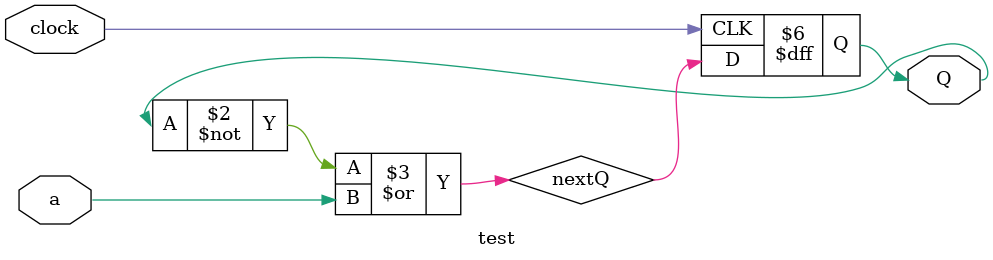
<source format=sv>
module test (
    input logic a,
    input logic clock,
    output logic Q
);

    logic nextQ;

    initial begin
        Q = 0;
    end

    always_comb begin
        nextQ = ~Q | a;
    end

    always_ff @ (posedge clock) begin
        Q <= nextQ;
    end

endmodule

</source>
